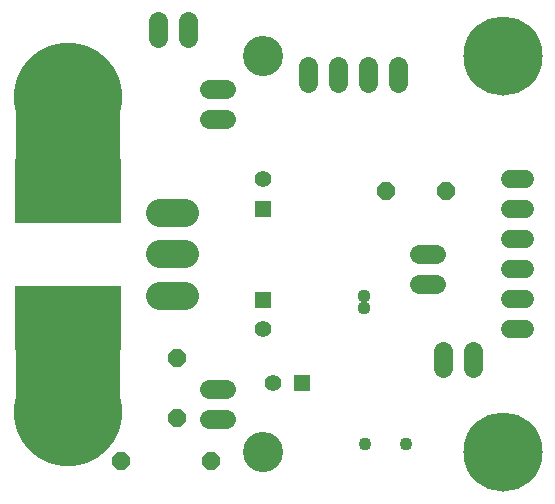
<source format=gbs>
G75*
%MOIN*%
%OFA0B0*%
%FSLAX25Y25*%
%IPPOS*%
%LPD*%
%AMOC8*
5,1,8,0,0,1.08239X$1,22.5*
%
%ADD10C,0.13398*%
%ADD11R,0.35000X0.19500*%
%ADD12C,0.06400*%
%ADD13OC8,0.06000*%
%ADD14R,0.35249X0.21272*%
%ADD15C,0.36233*%
%ADD16C,0.04343*%
%ADD17C,0.09200*%
%ADD18C,0.06000*%
%ADD19R,0.05600X0.05600*%
%ADD20C,0.05600*%
%ADD21C,0.04369*%
%ADD22C,0.26391*%
D10*
X0091937Y0023250D03*
X0091937Y0155250D03*
D11*
X0026937Y0130500D03*
X0026937Y0050500D03*
D12*
X0074137Y0044250D02*
X0079737Y0044250D01*
X0079737Y0034250D02*
X0074137Y0034250D01*
X0144137Y0079250D02*
X0149737Y0079250D01*
X0149737Y0089250D02*
X0144137Y0089250D01*
X0151937Y0057050D02*
X0151937Y0051450D01*
X0161937Y0051450D02*
X0161937Y0057050D01*
X0079737Y0134250D02*
X0074137Y0134250D01*
X0074137Y0144250D02*
X0079737Y0144250D01*
X0066937Y0161450D02*
X0066937Y0167050D01*
X0056937Y0167050D02*
X0056937Y0161450D01*
X0106937Y0152050D02*
X0106937Y0146450D01*
X0116937Y0146450D02*
X0116937Y0152050D01*
X0126937Y0152050D02*
X0126937Y0146450D01*
X0136937Y0146450D02*
X0136937Y0152050D01*
D13*
X0132937Y0110250D03*
X0152937Y0110250D03*
X0063413Y0054729D03*
X0063413Y0034729D03*
X0074834Y0020531D03*
X0044834Y0020531D03*
D14*
X0026937Y0067990D03*
X0026937Y0110509D03*
D15*
X0026937Y0036750D03*
X0026937Y0141750D03*
D16*
X0126008Y0026204D03*
X0139787Y0026204D03*
D17*
X0066137Y0075470D02*
X0057737Y0075470D01*
X0057737Y0089250D02*
X0066137Y0089250D01*
X0066137Y0103029D02*
X0057737Y0103029D01*
D18*
X0174337Y0104250D02*
X0179537Y0104250D01*
X0179537Y0114250D02*
X0174337Y0114250D01*
X0174337Y0094250D02*
X0179537Y0094250D01*
X0179537Y0084250D02*
X0174337Y0084250D01*
X0174337Y0074250D02*
X0179537Y0074250D01*
X0179537Y0064250D02*
X0174337Y0064250D01*
D19*
X0105239Y0046470D03*
X0091937Y0074050D03*
X0091937Y0104450D03*
D20*
X0091937Y0114250D03*
X0091937Y0064250D03*
X0095439Y0046470D03*
D21*
X0125776Y0071452D03*
X0125776Y0075452D03*
X0041937Y0059250D03*
X0036937Y0059250D03*
X0031937Y0059250D03*
X0026937Y0059250D03*
X0021937Y0059250D03*
X0016937Y0059250D03*
X0011937Y0059250D03*
X0011937Y0054250D03*
X0041937Y0054250D03*
X0041937Y0119250D03*
X0041937Y0124250D03*
X0036937Y0119250D03*
X0031937Y0119250D03*
X0026937Y0119250D03*
X0021937Y0119250D03*
X0016937Y0119250D03*
X0011937Y0119250D03*
X0011937Y0124250D03*
D22*
X0171937Y0155250D03*
X0171937Y0023250D03*
M02*

</source>
